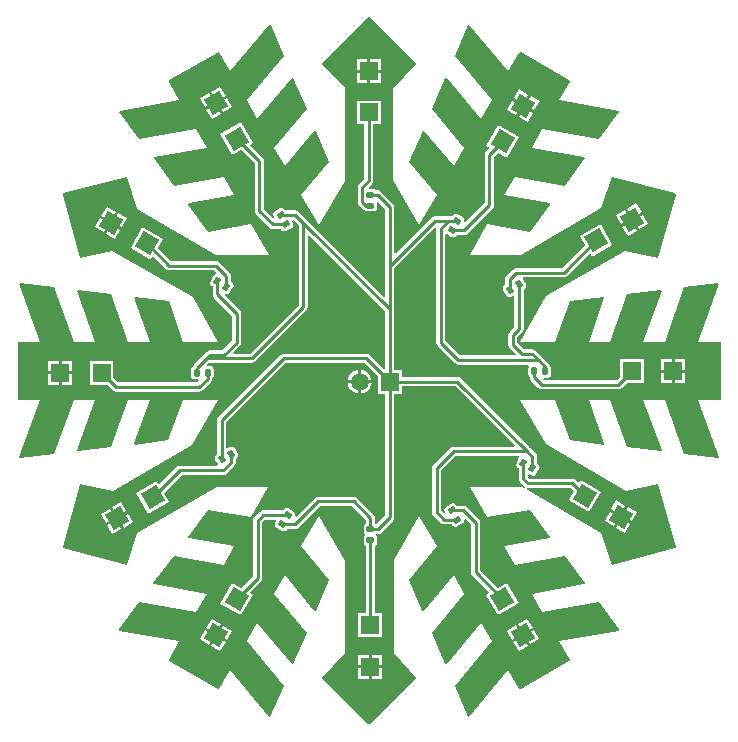
<source format=gbr>
%TF.GenerationSoftware,Altium Limited,Altium Designer,19.0.15 (446)*%
G04 Layer_Physical_Order=1*
G04 Layer_Color=255*
%FSLAX45Y45*%
%MOMM*%
%TF.FileFunction,Copper,L1,Top,Signal*%
%TF.Part,Single*%
G01*
G75*
%TA.AperFunction,SMDPad,CuDef*%
%ADD10P,2.12132X4X165.0*%
%ADD11R,1.50000X1.50000*%
G04:AMPARAMS|DCode=12|XSize=0.49mm|YSize=0.6mm|CornerRadius=0.049mm|HoleSize=0mm|Usage=FLASHONLY|Rotation=120.000|XOffset=0mm|YOffset=0mm|HoleType=Round|Shape=RoundedRectangle|*
%AMROUNDEDRECTD12*
21,1,0.49000,0.50200,0,0,120.0*
21,1,0.39200,0.60000,0,0,120.0*
1,1,0.09800,0.11937,0.29524*
1,1,0.09800,0.31537,-0.04424*
1,1,0.09800,-0.11937,-0.29524*
1,1,0.09800,-0.31537,0.04424*
%
%ADD12ROUNDEDRECTD12*%
G04:AMPARAMS|DCode=13|XSize=0.49mm|YSize=0.6mm|CornerRadius=0.049mm|HoleSize=0mm|Usage=FLASHONLY|Rotation=90.000|XOffset=0mm|YOffset=0mm|HoleType=Round|Shape=RoundedRectangle|*
%AMROUNDEDRECTD13*
21,1,0.49000,0.50200,0,0,90.0*
21,1,0.39200,0.60000,0,0,90.0*
1,1,0.09800,0.25100,0.19600*
1,1,0.09800,0.25100,-0.19600*
1,1,0.09800,-0.25100,-0.19600*
1,1,0.09800,-0.25100,0.19600*
%
%ADD13ROUNDEDRECTD13*%
%ADD14P,2.12132X4X105.0*%
%ADD15P,2.12132X4X195.0*%
G04:AMPARAMS|DCode=16|XSize=0.49mm|YSize=0.6mm|CornerRadius=0.049mm|HoleSize=0mm|Usage=FLASHONLY|Rotation=60.000|XOffset=0mm|YOffset=0mm|HoleType=Round|Shape=RoundedRectangle|*
%AMROUNDEDRECTD16*
21,1,0.49000,0.50200,0,0,60.0*
21,1,0.39200,0.60000,0,0,60.0*
1,1,0.09800,0.31537,0.04424*
1,1,0.09800,0.11937,-0.29524*
1,1,0.09800,-0.31537,-0.04424*
1,1,0.09800,-0.11937,0.29524*
%
%ADD16ROUNDEDRECTD16*%
G04:AMPARAMS|DCode=17|XSize=0.49mm|YSize=0.6mm|CornerRadius=0.049mm|HoleSize=0mm|Usage=FLASHONLY|Rotation=150.000|XOffset=0mm|YOffset=0mm|HoleType=Round|Shape=RoundedRectangle|*
%AMROUNDEDRECTD17*
21,1,0.49000,0.50200,0,0,150.0*
21,1,0.39200,0.60000,0,0,150.0*
1,1,0.09800,-0.04424,0.31537*
1,1,0.09800,0.29524,0.11937*
1,1,0.09800,0.04424,-0.31537*
1,1,0.09800,-0.29524,-0.11937*
%
%ADD17ROUNDEDRECTD17*%
%ADD18R,1.50000X1.50000*%
%ADD19P,2.12132X4X75.0*%
G04:AMPARAMS|DCode=20|XSize=0.49mm|YSize=0.6mm|CornerRadius=0.049mm|HoleSize=0mm|Usage=FLASHONLY|Rotation=180.000|XOffset=0mm|YOffset=0mm|HoleType=Round|Shape=RoundedRectangle|*
%AMROUNDEDRECTD20*
21,1,0.49000,0.50200,0,0,180.0*
21,1,0.39200,0.60000,0,0,180.0*
1,1,0.09800,-0.19600,0.25100*
1,1,0.09800,0.19600,0.25100*
1,1,0.09800,0.19600,-0.25100*
1,1,0.09800,-0.19600,-0.25100*
%
%ADD20ROUNDEDRECTD20*%
G04:AMPARAMS|DCode=21|XSize=0.49mm|YSize=0.6mm|CornerRadius=0.049mm|HoleSize=0mm|Usage=FLASHONLY|Rotation=30.000|XOffset=0mm|YOffset=0mm|HoleType=Round|Shape=RoundedRectangle|*
%AMROUNDEDRECTD21*
21,1,0.49000,0.50200,0,0,30.0*
21,1,0.39200,0.60000,0,0,30.0*
1,1,0.09800,0.29524,-0.11937*
1,1,0.09800,-0.04424,-0.31537*
1,1,0.09800,-0.29524,0.11937*
1,1,0.09800,0.04424,0.31537*
%
%ADD21ROUNDEDRECTD21*%
%TA.AperFunction,Conductor*%
%ADD22C,0.25400*%
%TA.AperFunction,ComponentPad*%
%ADD23C,1.50000*%
%ADD24R,1.50000X1.50000*%
G36*
X7942351Y9473987D02*
X7751049Y9261333D01*
X7751501Y8486287D01*
X7971998Y8104637D01*
X8120548Y8361985D01*
X7885552Y8642187D01*
X7998281Y8905393D01*
X8010845Y8907251D01*
X8262351Y8607684D01*
X8352201Y8763584D01*
X8077352Y9090884D01*
X8190081Y9354586D01*
X8202644Y9356448D01*
X8493999Y9009283D01*
X8584301Y9164686D01*
X8269651Y9540037D01*
X8382381Y9803250D01*
X8394944Y9805110D01*
X8726099Y9410883D01*
X8816812Y9568203D01*
X8829078Y9571496D01*
X9241317Y9333771D01*
X9244606Y9321504D01*
X9153449Y9163736D01*
X9660608Y9074047D01*
X9665272Y9062234D01*
X9493352Y8833033D01*
X9011651Y8917986D01*
X8921801Y8762136D01*
X9367762Y8683639D01*
X9372438Y8671831D01*
X9200551Y8442137D01*
X8779500Y8516437D01*
X8689701Y8360537D01*
X9074959Y8292738D01*
X9079635Y8280930D01*
X8907699Y8051236D01*
X8547903Y8114833D01*
X8398800Y7857485D01*
X8833399D01*
X9512752Y8250337D01*
X9599198Y8516884D01*
X10134812Y8376918D01*
X10141166Y8365922D01*
X9994951Y7831734D01*
X9715251Y7890988D01*
X9044650Y7502987D01*
X8824199Y7121286D01*
X9120901D01*
X9246199Y7465085D01*
X9530868Y7499096D01*
X9538759Y7489145D01*
X9404949Y7121286D01*
X9584649D01*
X9730801Y7522886D01*
X10015449Y7557377D01*
X10023347Y7547431D01*
X9868251Y7121286D01*
X10048403D01*
X10215900Y7581133D01*
X10500558Y7615148D01*
X10508447Y7605194D01*
X10331948Y7120834D01*
X10523301D01*
Y6627434D01*
X10331948D01*
X10508447Y6143079D01*
X10500559Y6133125D01*
X10215900Y6167135D01*
X10048403Y6626987D01*
X9868251D01*
X10023347Y6201326D01*
X10015459Y6191373D01*
X9730801Y6225388D01*
X9584649Y6626987D01*
X9404949D01*
X9538754Y6259138D01*
X9530856Y6249192D01*
X9246199Y6283635D01*
X9120901Y6626987D01*
X8823701D01*
X9040749Y6251133D01*
X9721098Y5859236D01*
X9995449Y5917535D01*
X10141665Y5383343D01*
X10135316Y5372344D01*
X9599701Y5231836D01*
X9511299Y5504287D01*
X8876477Y5869645D01*
X8875945Y5871740D01*
X8886284Y5882633D01*
X8890000Y5881893D01*
X9251262D01*
X9280686Y5852470D01*
X9237143Y5777052D01*
X9411041Y5676652D01*
X9511440Y5850550D01*
X9337543Y5950950D01*
X9326118Y5931161D01*
X9313526Y5929504D01*
X9294821Y5948209D01*
X9282218Y5956629D01*
X9267353Y5959587D01*
X8906091D01*
X8889441Y5976236D01*
Y5993569D01*
X8900440Y5999920D01*
X8918383Y5989560D01*
X8929797Y5985685D01*
X8941825Y5986474D01*
X8952636Y5991805D01*
X8960584Y6000868D01*
X8985684Y6044342D01*
X8989559Y6055756D01*
X8988770Y6067785D01*
X8983439Y6078596D01*
X8974376Y6086544D01*
X8968252Y6090080D01*
Y6146800D01*
X8965295Y6161666D01*
X8956874Y6174269D01*
X8911155Y6219988D01*
X8911154Y6219989D01*
X8321874Y6809269D01*
X8309271Y6817689D01*
X8294406Y6820647D01*
X7822000D01*
Y6882200D01*
X7760447D01*
Y7040880D01*
Y7393940D01*
Y7747455D01*
X8104438Y8091447D01*
X8116143Y8085191D01*
X8114553Y8077200D01*
Y7112000D01*
X8117511Y7097134D01*
X8125931Y7084531D01*
X8273470Y6936993D01*
X8286073Y6928572D01*
X8300938Y6925615D01*
X8895462D01*
X8901493Y6912915D01*
X8897957Y6907622D01*
X8895605Y6895800D01*
Y6845600D01*
X8897957Y6833778D01*
X8904654Y6823755D01*
X8907252Y6822019D01*
Y6817578D01*
X8910209Y6802713D01*
X8918630Y6790110D01*
X8979808Y6728931D01*
X8992411Y6720511D01*
X9007277Y6717553D01*
X9657598D01*
X9672464Y6720511D01*
X9685067Y6728931D01*
X9726435Y6770300D01*
X9872298D01*
Y6971100D01*
X9671498D01*
Y6825237D01*
X9641508Y6795247D01*
X9025557D01*
X9024080Y6796492D01*
X9019069Y6803166D01*
X9024756Y6814706D01*
X9056701D01*
X9068524Y6817058D01*
X9078546Y6823755D01*
X9085243Y6833778D01*
X9087595Y6845600D01*
Y6895800D01*
X9085243Y6907622D01*
X9078546Y6917645D01*
X9073521Y6921003D01*
X9072991Y6923666D01*
X9064570Y6936269D01*
X9008909Y6991930D01*
X8955660Y7045179D01*
X8943057Y7053600D01*
X8928191Y7056557D01*
X8855291D01*
X8801847Y7110001D01*
Y7158632D01*
X8842574Y7199360D01*
X8850995Y7211962D01*
X8853952Y7226828D01*
Y7562420D01*
X8860076Y7565956D01*
X8869139Y7573904D01*
X8874470Y7584715D01*
X8875259Y7596744D01*
X8871384Y7608158D01*
X8846668Y7650968D01*
X8847343Y7653642D01*
X8852621Y7663668D01*
X9192905D01*
X9207771Y7666625D01*
X9220374Y7675046D01*
X9408024Y7862696D01*
X9420616Y7861039D01*
X9432041Y7841250D01*
X9605939Y7941650D01*
X9505539Y8115548D01*
X9331641Y8015148D01*
X9375184Y7939730D01*
X9176815Y7741361D01*
X8788400D01*
X8773534Y7738404D01*
X8760931Y7729983D01*
X8708826Y7677877D01*
X8700405Y7665275D01*
X8697448Y7650409D01*
Y7601380D01*
X8691324Y7597844D01*
X8682261Y7589896D01*
X8676930Y7579085D01*
X8676141Y7567056D01*
X8680016Y7555642D01*
X8705116Y7512168D01*
X8713064Y7503105D01*
X8723875Y7497774D01*
X8735903Y7496985D01*
X8747317Y7500860D01*
X8765260Y7511220D01*
X8776259Y7504869D01*
Y7242919D01*
X8735531Y7202191D01*
X8727111Y7189589D01*
X8724153Y7174723D01*
Y7093910D01*
X8727111Y7079044D01*
X8735531Y7066442D01*
X8786932Y7015041D01*
X8782071Y7003308D01*
X8317029D01*
X8192247Y7128091D01*
Y8020654D01*
X8204947Y8027987D01*
X8241442Y8006916D01*
X8252856Y8003041D01*
X8264885Y8003830D01*
X8275696Y8009161D01*
X8283644Y8018224D01*
X8287180Y8024348D01*
X8350214D01*
X8365080Y8027305D01*
X8377683Y8035726D01*
X8592349Y8250391D01*
X8600769Y8262994D01*
X8603727Y8277860D01*
Y8687382D01*
X8638230Y8721885D01*
X8713648Y8678343D01*
X8814048Y8852241D01*
X8640150Y8952640D01*
X8539750Y8778743D01*
X8559539Y8767318D01*
X8561196Y8754726D01*
X8537411Y8730941D01*
X8528991Y8718338D01*
X8526033Y8703473D01*
Y8293951D01*
X8361682Y8129599D01*
X8350608Y8136486D01*
X8352615Y8142397D01*
X8351826Y8154425D01*
X8346495Y8165236D01*
X8337432Y8173184D01*
X8293958Y8198284D01*
X8282544Y8202159D01*
X8270515Y8201370D01*
X8259704Y8196039D01*
X8251756Y8186976D01*
X8248220Y8180852D01*
X8100060D01*
X8085194Y8177895D01*
X8072591Y8169474D01*
X7772180Y7869062D01*
X7760447Y7873923D01*
Y8262402D01*
X7757489Y8277268D01*
X7749069Y8289870D01*
X7647469Y8391470D01*
X7634866Y8399891D01*
X7620000Y8402848D01*
X7605181D01*
X7603445Y8405446D01*
X7593422Y8412143D01*
X7581600Y8414495D01*
X7547593D01*
X7542332Y8427195D01*
X7571269Y8456131D01*
X7579689Y8468734D01*
X7582647Y8483600D01*
Y8960298D01*
X7644200D01*
Y9161098D01*
X7443400D01*
Y8960298D01*
X7504953D01*
Y8499691D01*
X7460451Y8455189D01*
X7452031Y8442586D01*
X7449073Y8427720D01*
Y8303478D01*
X7452031Y8288613D01*
X7460451Y8276010D01*
X7490931Y8245530D01*
X7503534Y8237109D01*
X7506197Y8236579D01*
X7509555Y8231554D01*
X7519578Y8224857D01*
X7531400Y8222505D01*
X7581600D01*
X7593422Y8224857D01*
X7603445Y8231554D01*
X7610142Y8241576D01*
X7612494Y8253399D01*
Y8292598D01*
X7611001Y8300103D01*
X7622705Y8306359D01*
X7682753Y8246311D01*
Y7763546D01*
Y7504317D01*
X7671020Y7499457D01*
X7015009Y8155468D01*
X7015009Y8155469D01*
X6950203Y8220274D01*
X6937600Y8228695D01*
X6922734Y8231652D01*
X6839380D01*
X6835844Y8237776D01*
X6827896Y8246839D01*
X6817085Y8252170D01*
X6805056Y8252959D01*
X6793642Y8249084D01*
X6750168Y8223984D01*
X6741105Y8216036D01*
X6735774Y8205225D01*
X6734985Y8193197D01*
X6738860Y8181783D01*
X6740834Y8178364D01*
X6730671Y8170566D01*
X6655547Y8245691D01*
Y8648141D01*
X6652589Y8663007D01*
X6644169Y8675610D01*
X6540501Y8779278D01*
X6542158Y8791869D01*
X6561947Y8803294D01*
X6461547Y8977192D01*
X6287649Y8876792D01*
X6388049Y8702894D01*
X6463467Y8746437D01*
X6577853Y8632051D01*
Y8229600D01*
X6580811Y8214734D01*
X6589231Y8202131D01*
X6704837Y8086526D01*
X6717440Y8078105D01*
X6732306Y8075148D01*
X6800420D01*
X6803956Y8069024D01*
X6811904Y8059961D01*
X6822715Y8054630D01*
X6834744Y8053841D01*
X6846158Y8057716D01*
X6889632Y8082816D01*
X6898695Y8090764D01*
X6904026Y8101575D01*
X6904815Y8113603D01*
X6900940Y8125017D01*
X6892603Y8139458D01*
X6899020Y8151274D01*
X6908518Y8152085D01*
X6948693Y8111909D01*
Y7427811D01*
X6539649Y7018767D01*
X6401957D01*
X6397097Y7030500D01*
X6451129Y7084531D01*
X6459549Y7097134D01*
X6462507Y7112000D01*
Y7357074D01*
X6459549Y7371940D01*
X6451129Y7384543D01*
X6319286Y7516385D01*
X6327084Y7526548D01*
X6327583Y7526260D01*
X6338997Y7522385D01*
X6351025Y7523174D01*
X6361836Y7528505D01*
X6369784Y7537568D01*
X6394884Y7581042D01*
X6398759Y7592456D01*
X6397970Y7604485D01*
X6392639Y7615296D01*
X6383576Y7623244D01*
X6377452Y7626780D01*
Y7674574D01*
X6374495Y7689440D01*
X6366074Y7702043D01*
X6275869Y7792249D01*
X6263266Y7800669D01*
X6248400Y7803627D01*
X5866269D01*
X5756963Y7912933D01*
X5800506Y7988351D01*
X5626608Y8088751D01*
X5526208Y7914853D01*
X5700106Y7814453D01*
X5711531Y7834242D01*
X5724122Y7835899D01*
X5822710Y7737311D01*
X5835313Y7728891D01*
X5850179Y7725933D01*
X6232309D01*
X6253676Y7704567D01*
X6248765Y7691518D01*
X6247375Y7691426D01*
X6236564Y7686095D01*
X6228616Y7677032D01*
X6203516Y7633558D01*
X6199641Y7622144D01*
X6200430Y7610115D01*
X6205761Y7599304D01*
X6214824Y7591356D01*
X6220948Y7587820D01*
Y7520940D01*
X6223905Y7506074D01*
X6232326Y7493471D01*
X6384813Y7340984D01*
Y7128091D01*
X6303429Y7046707D01*
X6197600D01*
X6182734Y7043749D01*
X6170131Y7035329D01*
X6142191Y7007389D01*
X6061130Y6926327D01*
X6052709Y6913724D01*
X6051546Y6907881D01*
X6047154Y6904945D01*
X6040457Y6894922D01*
X6038105Y6883100D01*
Y6832900D01*
X6040457Y6821078D01*
X6047154Y6811055D01*
X6057176Y6804358D01*
X6068999Y6802006D01*
X6101510D01*
X6106771Y6789306D01*
X6092391Y6774927D01*
X5418412D01*
X5380801Y6812538D01*
Y6958400D01*
X5180001D01*
Y6757600D01*
X5325863D01*
X5374852Y6708611D01*
X5387455Y6700191D01*
X5402321Y6697233D01*
X6108482D01*
X6123347Y6700191D01*
X6135950Y6708611D01*
X6207070Y6779731D01*
X6215491Y6792334D01*
X6218448Y6807200D01*
Y6809319D01*
X6221046Y6811055D01*
X6227743Y6821078D01*
X6230095Y6832900D01*
Y6883100D01*
X6227743Y6894922D01*
X6221046Y6904945D01*
X6211024Y6911642D01*
X6199201Y6913994D01*
X6176631D01*
X6171371Y6926694D01*
X6185751Y6941073D01*
X6555740D01*
X6570606Y6944031D01*
X6583209Y6952451D01*
X7015009Y7384251D01*
X7023429Y7396854D01*
X7026387Y7411720D01*
Y8017623D01*
X7038120Y8022483D01*
X7682753Y7377849D01*
Y7040880D01*
Y6893545D01*
X7670053Y6888284D01*
X7550949Y7007389D01*
X7538346Y7015809D01*
X7523480Y7018767D01*
X6823674D01*
X6808809Y7015809D01*
X6796206Y7007389D01*
X6270426Y6481609D01*
X6262005Y6469006D01*
X6259048Y6454140D01*
Y6166280D01*
X6252924Y6162744D01*
X6243861Y6154796D01*
X6238530Y6143985D01*
X6237741Y6131956D01*
X6241616Y6120542D01*
X6264153Y6081507D01*
X6258208Y6068807D01*
X5942167D01*
X5927302Y6065849D01*
X5914699Y6057429D01*
X5774074Y5916804D01*
X5761482Y5918461D01*
X5750057Y5938250D01*
X5576160Y5837850D01*
X5676559Y5663952D01*
X5850457Y5764352D01*
X5806914Y5839770D01*
X5958258Y5991113D01*
X6310666D01*
X6325531Y5994071D01*
X6338134Y6002491D01*
X6404174Y6068531D01*
X6412595Y6081134D01*
X6415552Y6096000D01*
Y6127320D01*
X6421676Y6130856D01*
X6430739Y6138804D01*
X6436070Y6149615D01*
X6436859Y6161644D01*
X6432984Y6173058D01*
X6407884Y6216532D01*
X6399936Y6225595D01*
X6389125Y6230926D01*
X6377097Y6231715D01*
X6365683Y6227840D01*
X6347740Y6217480D01*
X6336741Y6223831D01*
Y6438049D01*
X6839765Y6941073D01*
X7507389D01*
X7621200Y6827262D01*
Y6681400D01*
X7682753D01*
Y5649592D01*
X7606233Y5573072D01*
X7603758Y5573316D01*
X7595347Y5579658D01*
Y5628640D01*
X7592389Y5643506D01*
X7583969Y5656109D01*
X7444269Y5795809D01*
X7431666Y5804229D01*
X7416800Y5807187D01*
X7112000D01*
X7097134Y5804229D01*
X7084531Y5795809D01*
X6927489Y5638766D01*
X6926070Y5639177D01*
X6917515Y5653197D01*
X6916726Y5665225D01*
X6911395Y5676036D01*
X6902332Y5683984D01*
X6858858Y5709084D01*
X6847444Y5712959D01*
X6835415Y5712170D01*
X6824604Y5706839D01*
X6816656Y5697776D01*
X6813120Y5691652D01*
X6648486D01*
X6633619Y5688695D01*
X6621017Y5680274D01*
X6573991Y5633249D01*
X6565571Y5620646D01*
X6562613Y5605780D01*
Y5132209D01*
X6463467Y5033063D01*
X6388049Y5076606D01*
X6287649Y4902708D01*
X6461547Y4802308D01*
X6561947Y4976206D01*
X6542158Y4987631D01*
X6540501Y5000222D01*
X6628929Y5088650D01*
X6637349Y5101253D01*
X6640307Y5116119D01*
Y5589689D01*
X6664576Y5613959D01*
X6755569D01*
X6761920Y5602960D01*
X6751560Y5585017D01*
X6747685Y5573603D01*
X6748474Y5561575D01*
X6753805Y5550764D01*
X6762868Y5542816D01*
X6806342Y5517716D01*
X6817756Y5513841D01*
X6829785Y5514630D01*
X6840596Y5519961D01*
X6848544Y5529024D01*
X6852080Y5535148D01*
X6917654D01*
X6932520Y5538105D01*
X6945123Y5546526D01*
X7128091Y5729493D01*
X7400709D01*
X7517653Y5612549D01*
Y5578758D01*
X7509555Y5573346D01*
X7502858Y5563324D01*
X7500506Y5551501D01*
Y5512302D01*
X7502858Y5500479D01*
X7509555Y5490457D01*
Y5482343D01*
X7502858Y5472321D01*
X7500506Y5460498D01*
Y5421299D01*
X7502858Y5409476D01*
X7509555Y5399454D01*
X7517653Y5394042D01*
Y4819202D01*
X7456100D01*
Y4618402D01*
X7656900D01*
Y4819202D01*
X7595347D01*
Y5394042D01*
X7603445Y5399454D01*
X7610142Y5409476D01*
X7612494Y5421299D01*
Y5460498D01*
X7610142Y5472321D01*
X7604618Y5480588D01*
X7606843Y5487674D01*
X7610273Y5493055D01*
X7620000D01*
X7634866Y5496012D01*
X7647469Y5504433D01*
X7749069Y5606033D01*
X7757489Y5618635D01*
X7760447Y5633502D01*
Y6681400D01*
X7822000D01*
Y6742953D01*
X8278315D01*
X8778168Y6243100D01*
X8773308Y6231367D01*
X8262620D01*
X8247754Y6228409D01*
X8235151Y6219989D01*
X8090371Y6075209D01*
X8081951Y6062606D01*
X8078993Y6047740D01*
Y5674360D01*
X8081951Y5659494D01*
X8090371Y5646891D01*
X8151331Y5585931D01*
X8163934Y5577511D01*
X8178800Y5574553D01*
X8248220D01*
X8251756Y5568429D01*
X8259704Y5559366D01*
X8270515Y5554035D01*
X8282544Y5553247D01*
X8293958Y5557121D01*
X8337432Y5582221D01*
X8346495Y5590169D01*
X8351826Y5600980D01*
X8352462Y5610680D01*
X8359025Y5614876D01*
X8364602Y5616501D01*
X8409193Y5571909D01*
Y5166360D01*
X8412151Y5151494D01*
X8420571Y5138891D01*
X8558397Y5001065D01*
X8556740Y4988474D01*
X8536951Y4977049D01*
X8637351Y4803151D01*
X8811249Y4903551D01*
X8710849Y5077449D01*
X8635431Y5033906D01*
X8486887Y5182451D01*
Y5588000D01*
X8483929Y5602866D01*
X8475509Y5615469D01*
X8371297Y5719680D01*
X8358695Y5728101D01*
X8343829Y5731058D01*
X8287180D01*
X8283644Y5737182D01*
X8275696Y5746245D01*
X8264885Y5751576D01*
X8252856Y5752364D01*
X8241442Y5748490D01*
X8197968Y5723390D01*
X8188905Y5715442D01*
X8183574Y5704631D01*
X8182785Y5692603D01*
X8186660Y5681188D01*
X8190417Y5674680D01*
X8180255Y5666882D01*
X8156687Y5690451D01*
Y6031649D01*
X8278711Y6153673D01*
X8814224D01*
X8819978Y6140973D01*
X8819416Y6140332D01*
X8794316Y6096858D01*
X8790441Y6085444D01*
X8791230Y6073415D01*
X8796561Y6062604D01*
X8805624Y6054656D01*
X8811748Y6051120D01*
Y5960146D01*
X8814705Y5945280D01*
X8823126Y5932677D01*
X8862531Y5893271D01*
X8865891Y5891026D01*
X8871424Y5884299D01*
X8869142Y5880622D01*
X8861567Y5878226D01*
X8839749Y5890783D01*
X8399302D01*
X8547903Y5633436D01*
X8907699Y5697037D01*
X9079635Y5467344D01*
X9074959Y5455535D01*
X8689701Y5387736D01*
X8779500Y5231836D01*
X9200551Y5306136D01*
X9372428Y5076934D01*
X9367763Y5065122D01*
X8921298Y4986137D01*
X9011651Y4830288D01*
X9493352Y4915235D01*
X9665272Y4686034D01*
X9660607Y4674221D01*
X9153449Y4584537D01*
X9244595Y4427213D01*
X9241319Y4414942D01*
X8829075Y4176778D01*
X8816806Y4180062D01*
X8725652Y4337883D01*
X8394489Y3943171D01*
X8381926Y3945027D01*
X8269148Y4208236D01*
X8583849Y4583587D01*
X8493999Y4738985D01*
X8202644Y4391826D01*
X8190081Y4393687D01*
X8077352Y4657385D01*
X8352201Y4984684D01*
X8261899Y5140584D01*
X8010342Y4841015D01*
X7997779Y4842874D01*
X7885049Y5106086D01*
X8120101Y5386283D01*
X7971500Y5644134D01*
X7754452Y5267787D01*
X7754899Y4483085D01*
X7942849Y4274287D01*
X7553452Y3880556D01*
X7540752Y3880556D01*
X7151350Y4274287D01*
X7342652Y4486935D01*
X7341702Y5261986D01*
X7121698Y5643133D01*
X6973103Y5386283D01*
X7208149Y5106086D01*
X7095418Y4842393D01*
X7082854Y4840534D01*
X6831300Y5140584D01*
X6741500Y4984684D01*
X7016349Y4657385D01*
X6903571Y4393686D01*
X6891008Y4391826D01*
X6599702Y4738985D01*
X6509852Y4583085D01*
X6824050Y4208236D01*
X6710831Y3944514D01*
X6698266Y3942663D01*
X6367099Y4337385D01*
X6276386Y4180065D01*
X6264120Y4176772D01*
X5851881Y4414497D01*
X5848593Y4426764D01*
X5939749Y4584537D01*
X5432592Y4673735D01*
X5427916Y4685543D01*
X5599852Y4915235D01*
X6081552Y4830288D01*
X6171402Y4986137D01*
X5724953Y5064634D01*
X5720284Y5076445D01*
X5892648Y5306136D01*
X6313698Y5231836D01*
X6403503Y5387736D01*
X6018244Y5455535D01*
X6013568Y5467344D01*
X6185499Y5697037D01*
X6545301Y5633436D01*
X6693901Y5891286D01*
X6259800D01*
X5580451Y5497937D01*
X5494000Y5230886D01*
X4958386Y5371344D01*
X4952036Y5382343D01*
X5098252Y5916534D01*
X5377952Y5857286D01*
X6048548Y6245286D01*
X6268999Y6626987D01*
X5971799D01*
X5846999Y6283635D01*
X5562347Y6249192D01*
X5554449Y6259137D01*
X5688249Y6626987D01*
X5508549D01*
X5361899Y6224885D01*
X5077728Y6190876D01*
X5069833Y6200824D01*
X5224501Y6626987D01*
X5044801D01*
X4877298Y6167135D01*
X4592634Y6133125D01*
X4584743Y6143076D01*
X4760752Y6626987D01*
X4569902D01*
Y7120834D01*
X4760752D01*
X4584739Y7605199D01*
X4592631Y7615149D01*
X4877298Y7581133D01*
X5044801Y7120834D01*
X5224501D01*
X5069833Y7546947D01*
X5077728Y7556894D01*
X5361899Y7522886D01*
X5508549Y7121286D01*
X5689199D01*
X5554962Y7489127D01*
X5562854Y7499077D01*
X5847999Y7464633D01*
X5972800Y7121286D01*
X6269949D01*
X6052901Y7497135D01*
X5372598Y7889037D01*
X5098699Y7830734D01*
X4952044Y8364920D01*
X4958394Y8375918D01*
X5494000Y8515934D01*
X5582351Y8244484D01*
X6253952Y7857485D01*
X6694399D01*
X6545798Y8114833D01*
X6185952Y8051236D01*
X6014064Y8280930D01*
X6018740Y8292738D01*
X6404000Y8360537D01*
X6314150Y8516437D01*
X5893151Y8442137D01*
X5720796Y8671333D01*
X5725453Y8683149D01*
X6171900Y8762136D01*
X6082050Y8917986D01*
X5600349Y8832535D01*
X5428413Y9062235D01*
X5433084Y9074045D01*
X5940252Y9163736D01*
X5849106Y9321061D01*
X5852382Y9333331D01*
X6272398Y9575983D01*
X6368049Y9410883D01*
X6698709Y9805100D01*
X6711273Y9803245D01*
X6824050Y9540037D01*
X6509852Y9164686D01*
X6599702Y9008786D01*
X6891012Y9355950D01*
X6903576Y9354094D01*
X7016349Y9090884D01*
X6741500Y8763584D01*
X6831300Y8607684D01*
X7082852Y8907248D01*
X7095415Y8905385D01*
X7208149Y8641685D01*
X6973103Y8361985D01*
X7121698Y8104637D01*
X7339249Y8480486D01*
X7338299Y9265183D01*
X7150852Y9473987D01*
X7540249Y9867713D01*
X7552949D01*
X7942351Y9473987D01*
D02*
G37*
%LPC*%
G36*
X7644200Y9511100D02*
X7556500D01*
Y9423400D01*
X7644200D01*
Y9511100D01*
D02*
G37*
G36*
X7531100D02*
X7443400D01*
Y9423400D01*
X7531100D01*
Y9511100D01*
D02*
G37*
G36*
X7644200Y9398000D02*
X7556500D01*
Y9310300D01*
X7644200D01*
Y9398000D01*
D02*
G37*
G36*
X7531100D02*
X7443400D01*
Y9310300D01*
X7531100D01*
Y9398000D01*
D02*
G37*
G36*
X6286551Y9280306D02*
X6210601Y9236455D01*
X6254451Y9160505D01*
X6330401Y9204355D01*
X6286551Y9280306D01*
D02*
G37*
G36*
X8815151Y9255749D02*
X8771301Y9179799D01*
X8847252Y9135948D01*
X8891101Y9211899D01*
X8815151Y9255749D01*
D02*
G37*
G36*
X6188604Y9223755D02*
X6112653Y9179906D01*
X6156503Y9103955D01*
X6232454Y9147805D01*
X6188604Y9223755D01*
D02*
G37*
G36*
X8913099Y9199199D02*
X8869248Y9123248D01*
X8945199Y9079399D01*
X8989049Y9155349D01*
X8913099Y9199199D01*
D02*
G37*
G36*
X6343101Y9182358D02*
X6267151Y9138508D01*
X6311001Y9062558D01*
X6386951Y9106408D01*
X6343101Y9182358D01*
D02*
G37*
G36*
X8758601Y9157801D02*
X8714751Y9081851D01*
X8790701Y9038001D01*
X8834552Y9113952D01*
X8758601Y9157801D01*
D02*
G37*
G36*
X6245154Y9125808D02*
X6169203Y9081958D01*
X6213053Y9006008D01*
X6289003Y9049858D01*
X6245154Y9125808D01*
D02*
G37*
G36*
X8856548Y9101252D02*
X8812699Y9025301D01*
X8888649Y8981451D01*
X8932499Y9057401D01*
X8856548Y9101252D01*
D02*
G37*
G36*
X9808647Y8290549D02*
X9732697Y8246699D01*
X9776547Y8170748D01*
X9852497Y8214599D01*
X9808647Y8290549D01*
D02*
G37*
G36*
X5323494Y8263747D02*
X5279645Y8187796D01*
X5355595Y8143946D01*
X5399445Y8219897D01*
X5323494Y8263747D01*
D02*
G37*
G36*
X9710700Y8233999D02*
X9634749Y8190149D01*
X9678599Y8114199D01*
X9754550Y8158048D01*
X9710700Y8233999D01*
D02*
G37*
G36*
X5421442Y8207197D02*
X5377592Y8131246D01*
X5453542Y8087397D01*
X5497392Y8163347D01*
X5421442Y8207197D01*
D02*
G37*
G36*
X9865197Y8192601D02*
X9789247Y8148752D01*
X9833097Y8072801D01*
X9909047Y8116651D01*
X9865197Y8192601D01*
D02*
G37*
G36*
X5266945Y8165799D02*
X5223094Y8089849D01*
X5299045Y8045999D01*
X5342895Y8121949D01*
X5266945Y8165799D01*
D02*
G37*
G36*
X9767250Y8136052D02*
X9691299Y8092201D01*
X9735149Y8016251D01*
X9811100Y8060101D01*
X9767250Y8136052D01*
D02*
G37*
G36*
X5364892Y8109249D02*
X5321042Y8033299D01*
X5396992Y7989449D01*
X5440842Y8065399D01*
X5364892Y8109249D01*
D02*
G37*
G36*
X10222300Y6971100D02*
X10134600D01*
Y6883400D01*
X10222300D01*
Y6971100D01*
D02*
G37*
G36*
X10109200D02*
X10021500D01*
Y6883400D01*
X10109200D01*
Y6971100D01*
D02*
G37*
G36*
X5030799Y6958400D02*
X4943099D01*
Y6870700D01*
X5030799D01*
Y6958400D01*
D02*
G37*
G36*
X4917699D02*
X4829999D01*
Y6870700D01*
X4917699D01*
Y6958400D01*
D02*
G37*
G36*
X7480300Y6881394D02*
Y6794500D01*
X7567194D01*
X7565416Y6808010D01*
X7555299Y6832433D01*
X7539206Y6853406D01*
X7518233Y6869499D01*
X7493810Y6879616D01*
X7480300Y6881394D01*
D02*
G37*
G36*
X7454900D02*
X7441390Y6879616D01*
X7416967Y6869499D01*
X7395994Y6853406D01*
X7379901Y6832433D01*
X7369784Y6808010D01*
X7368006Y6794500D01*
X7454900D01*
Y6881394D01*
D02*
G37*
G36*
X10222300Y6858000D02*
X10134600D01*
Y6770300D01*
X10222300D01*
Y6858000D01*
D02*
G37*
G36*
X10109200D02*
X10021500D01*
Y6770300D01*
X10109200D01*
Y6858000D01*
D02*
G37*
G36*
X5030799Y6845300D02*
X4943099D01*
Y6757600D01*
X5030799D01*
Y6845300D01*
D02*
G37*
G36*
X4917699D02*
X4829999D01*
Y6757600D01*
X4917699D01*
Y6845300D01*
D02*
G37*
G36*
X7567194Y6769100D02*
X7480300D01*
Y6682206D01*
X7493810Y6683984D01*
X7518233Y6694101D01*
X7539206Y6710194D01*
X7555299Y6731167D01*
X7565416Y6755590D01*
X7567194Y6769100D01*
D02*
G37*
G36*
X7454900D02*
X7368006D01*
X7369784Y6755590D01*
X7379901Y6731167D01*
X7395994Y6710194D01*
X7416967Y6694101D01*
X7441390Y6683984D01*
X7454900Y6682206D01*
Y6769100D01*
D02*
G37*
G36*
X9640651Y5775949D02*
X9596801Y5699999D01*
X9672752Y5656148D01*
X9716601Y5732099D01*
X9640651Y5775949D01*
D02*
G37*
G36*
X5446949Y5763249D02*
X5370999Y5719399D01*
X5414848Y5643448D01*
X5490799Y5687299D01*
X5446949Y5763249D01*
D02*
G37*
G36*
X9738599Y5719399D02*
X9694748Y5643448D01*
X9770699Y5599599D01*
X9814549Y5675549D01*
X9738599Y5719399D01*
D02*
G37*
G36*
X5349001Y5706699D02*
X5273051Y5662849D01*
X5316901Y5586899D01*
X5392852Y5630748D01*
X5349001Y5706699D01*
D02*
G37*
G36*
X9584101Y5678001D02*
X9540251Y5602051D01*
X9616201Y5558201D01*
X9660052Y5634152D01*
X9584101Y5678001D01*
D02*
G37*
G36*
X5503499Y5665301D02*
X5427548Y5621452D01*
X5471399Y5545501D01*
X5547349Y5589351D01*
X5503499Y5665301D01*
D02*
G37*
G36*
X9682048Y5621452D02*
X9638199Y5545501D01*
X9714149Y5501651D01*
X9757999Y5577601D01*
X9682048Y5621452D01*
D02*
G37*
G36*
X5405552Y5608752D02*
X5329601Y5564901D01*
X5373451Y5488951D01*
X5449401Y5532801D01*
X5405552Y5608752D01*
D02*
G37*
G36*
X8885850Y4774340D02*
X8809899Y4730490D01*
X8853749Y4654540D01*
X8929700Y4698390D01*
X8885850Y4774340D01*
D02*
G37*
G36*
X6213053Y4773492D02*
X6169203Y4697542D01*
X6245154Y4653692D01*
X6289003Y4729642D01*
X6213053Y4773492D01*
D02*
G37*
G36*
X8787902Y4717790D02*
X8711952Y4673940D01*
X8755802Y4597990D01*
X8831752Y4641840D01*
X8787902Y4717790D01*
D02*
G37*
G36*
X6311001Y4716942D02*
X6267151Y4640992D01*
X6343101Y4597142D01*
X6386951Y4673092D01*
X6311001Y4716942D01*
D02*
G37*
G36*
X8942400Y4676393D02*
X8866449Y4632543D01*
X8910299Y4556592D01*
X8986250Y4600442D01*
X8942400Y4676393D01*
D02*
G37*
G36*
X6156503Y4675545D02*
X6112653Y4599594D01*
X6188604Y4555745D01*
X6232454Y4631695D01*
X6156503Y4675545D01*
D02*
G37*
G36*
X8844452Y4619843D02*
X8768502Y4575993D01*
X8812352Y4500043D01*
X8888302Y4543892D01*
X8844452Y4619843D01*
D02*
G37*
G36*
X6254451Y4618995D02*
X6210601Y4543045D01*
X6286551Y4499194D01*
X6330401Y4575145D01*
X6254451Y4618995D01*
D02*
G37*
G36*
X7656900Y4469200D02*
X7569200D01*
Y4381500D01*
X7656900D01*
Y4469200D01*
D02*
G37*
G36*
X7543800D02*
X7456100D01*
Y4381500D01*
X7543800D01*
Y4469200D01*
D02*
G37*
G36*
X7656900Y4356100D02*
X7569200D01*
Y4268400D01*
X7656900D01*
Y4356100D01*
D02*
G37*
G36*
X7543800D02*
X7456100D01*
Y4268400D01*
X7543800D01*
Y4356100D01*
D02*
G37*
%LPD*%
D10*
X6424798Y8840043D02*
D03*
X6249802Y9143157D02*
D03*
X8674100Y4940300D02*
D03*
X8849101Y4637191D02*
D03*
D11*
X7543800Y9060698D02*
D03*
Y9410700D02*
D03*
X7556500Y4718802D02*
D03*
Y4368800D02*
D03*
D12*
X6842648Y8113994D02*
D03*
X6797152Y8192806D02*
D03*
X8244952Y5692211D02*
D03*
X8290448Y5613400D02*
D03*
D13*
X7556500Y8272998D02*
D03*
Y8364002D02*
D03*
Y5440898D02*
D03*
Y5531902D02*
D03*
D14*
X8676899Y8815491D02*
D03*
X8851900Y9118600D02*
D03*
X6424798Y4939457D02*
D03*
X6249802Y4636343D02*
D03*
D15*
X5663357Y7951602D02*
D03*
X5360243Y8126598D02*
D03*
X9374292Y5813801D02*
D03*
X9677400Y5638800D02*
D03*
D16*
X8244952Y8063194D02*
D03*
X8290448Y8142006D02*
D03*
X6855348Y5652806D02*
D03*
X6809852Y5573994D02*
D03*
D17*
X6338606Y7584552D02*
D03*
X6259794Y7630048D02*
D03*
X8850594Y6093348D02*
D03*
X8929406Y6047852D02*
D03*
D18*
X5280401Y6858000D02*
D03*
X4930399D02*
D03*
X9771898Y6870700D02*
D03*
X10121900D02*
D03*
D19*
X9468790Y7978399D02*
D03*
X9771898Y8153400D02*
D03*
X5713308Y5801101D02*
D03*
X5410200Y5626100D02*
D03*
D20*
X6179602Y6858000D02*
D03*
X6088598D02*
D03*
X8946098Y6870700D02*
D03*
X9037102D02*
D03*
D21*
X8736294Y7559152D02*
D03*
X8815106Y7604648D02*
D03*
X6376706Y6169548D02*
D03*
X6297894Y6124052D02*
D03*
D22*
X7556500Y4718802D02*
Y5440898D01*
X8981440Y6964462D02*
X9037102Y6908800D01*
X8928191Y7017710D02*
X8981440Y6964462D01*
X8100060Y8142006D02*
X8218206D01*
X7721600Y7040880D02*
Y7393940D01*
X8294406Y6781800D02*
X8883686Y6192520D01*
X7721600Y7763546D02*
Y8262402D01*
Y7393940D02*
Y7763546D01*
X6987540Y8128000D02*
X7721600Y7393940D01*
X6169660Y6979920D02*
X6197600Y7007860D01*
X7620000Y8364002D02*
X7721600Y8262402D01*
X7556500Y8364002D02*
X7620000D01*
X7721600Y7763546D02*
X8100060Y8142006D01*
X9037102Y6870700D02*
Y6908800D01*
X8839200Y7017710D02*
X8928191D01*
X8763000Y7093910D02*
X8839200Y7017710D01*
X8763000Y7093910D02*
Y7174723D01*
X8815106Y7226828D01*
Y7604648D01*
X8929406Y6047852D02*
Y6146800D01*
X8883686Y6192520D02*
X8929406Y6146800D01*
X8262620Y6192520D02*
X8883686D01*
X8117840Y6047740D02*
X8262620Y6192520D01*
X8117840Y5674360D02*
Y6047740D01*
Y5674360D02*
X8178800Y5613400D01*
X8290448D01*
X7721600Y6781800D02*
X8294406D01*
X6088598Y6898858D02*
X6169660Y6979920D01*
X6555740D01*
X6987540Y7411720D01*
Y8128000D01*
X6922734Y8192806D02*
X6987540Y8128000D01*
X6797152Y8192806D02*
X6922734D01*
X6088598Y6858000D02*
Y6898858D01*
X6197600Y7007860D02*
X6319520D01*
X6423660Y7112000D01*
Y7357074D01*
X6259794Y7520940D02*
X6423660Y7357074D01*
X6259794Y7520940D02*
Y7630048D01*
X7721600Y6781800D02*
Y7040880D01*
X9192905Y7702514D02*
X9468790Y7978399D01*
X8788400Y7702514D02*
X9192905D01*
X8736294Y7650409D02*
X8788400Y7702514D01*
X8736294Y7559152D02*
Y7650409D01*
X6179602Y6807200D02*
Y6858000D01*
X6108482Y6736080D02*
X6179602Y6807200D01*
X5402321Y6736080D02*
X6108482D01*
X5280401Y6858000D02*
X5402321Y6736080D01*
X8218206Y8142006D02*
X8290448D01*
X8153400Y8077200D02*
X8218206Y8142006D01*
X8153400Y7112000D02*
Y8077200D01*
Y7112000D02*
X8300938Y6964462D01*
X8981440D01*
X9657598Y6756400D02*
X9771898Y6870700D01*
X9007277Y6756400D02*
X9657598D01*
X8946098Y6817578D02*
X9007277Y6756400D01*
X8946098Y6817578D02*
Y6870700D01*
X6297894Y6124052D02*
Y6454140D01*
X6823674Y6979920D01*
X7523480D01*
X7721600Y6781800D01*
Y5633502D02*
Y6781800D01*
X7620000Y5531902D02*
X7721600Y5633502D01*
X7556500Y5531902D02*
X7620000D01*
X6648486Y5652806D02*
X6855348D01*
X6601460Y5605780D02*
X6648486Y5652806D01*
X6601460Y5116119D02*
Y5605780D01*
X6424798Y4939457D02*
X6601460Y5116119D01*
X6732306Y8113994D02*
X6842648D01*
X6616700Y8229600D02*
X6732306Y8113994D01*
X6616700Y8229600D02*
Y8648141D01*
X6424798Y8840043D02*
X6616700Y8648141D01*
X8244952Y8063194D02*
X8350214D01*
X8564880Y8277860D01*
Y8703473D01*
X8676899Y8815492D01*
X8448040Y5166360D02*
X8674100Y4940300D01*
X8448040Y5166360D02*
Y5588000D01*
X8343829Y5692211D02*
X8448040Y5588000D01*
X8244952Y5692211D02*
X8343829D01*
X6376706Y6096000D02*
Y6169548D01*
X6310666Y6029960D02*
X6376706Y6096000D01*
X5942167Y6029960D02*
X6310666D01*
X5713308Y5801101D02*
X5942167Y6029960D01*
X6338606Y7584552D02*
Y7674574D01*
X6248400Y7764780D02*
X6338606Y7674574D01*
X5850179Y7764780D02*
X6248400D01*
X5663357Y7951602D02*
X5850179Y7764780D01*
X8850594Y5960146D02*
Y6093348D01*
Y5960146D02*
X8890000Y5920740D01*
X9267353D01*
X9374292Y5813801D01*
X6809852Y5573994D02*
X6917654D01*
X7112000Y5768340D01*
X7416800D01*
X7556500Y5628640D01*
Y5531902D02*
Y5628640D01*
X7518400Y8272998D02*
X7556500D01*
X7487920Y8303478D02*
X7518400Y8272998D01*
X7487920Y8303478D02*
Y8427720D01*
X7543800Y8483600D01*
Y9060698D01*
D23*
X7467600Y6781800D02*
D03*
D24*
X7721600D02*
D03*
%TF.MD5,4863ae188e1096901705a809e0f6ffcd*%
M02*

</source>
